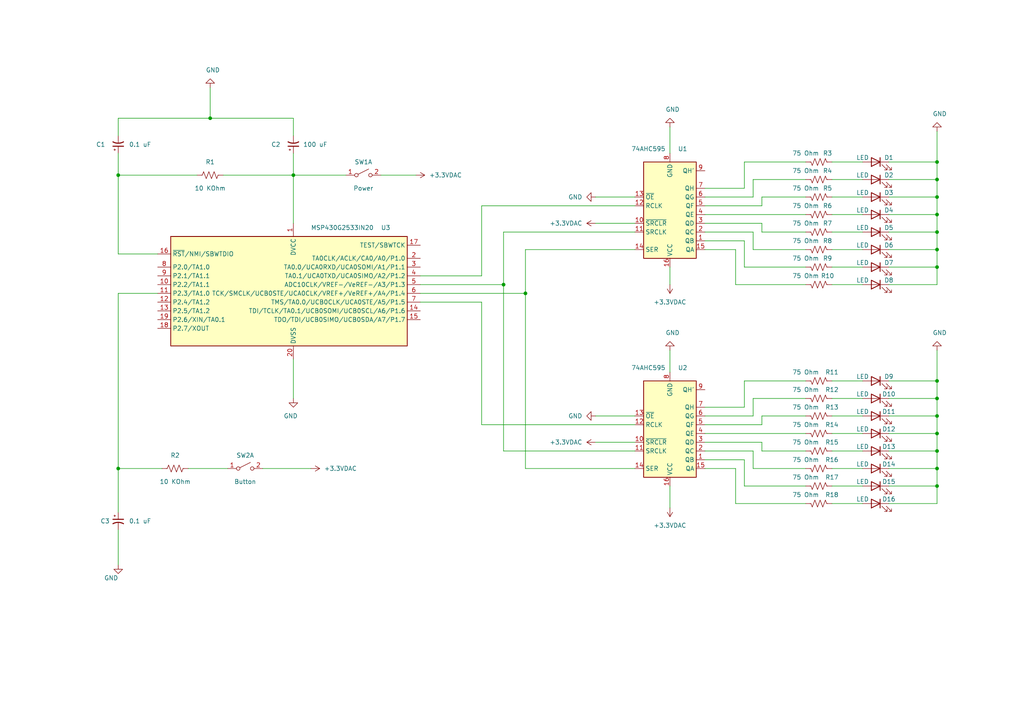
<source format=kicad_sch>
(kicad_sch (version 20230121) (generator eeschema)
  (paper "A4")
  (title_block (title "Heart LEDs") (date "2025-02-06") (rev "0.1") (company "Maksym Dybarskyi"))
  (lib_symbols
    (symbol "74xx:74AHC595"
      (property "Reference" "U" (at -7.62 13.97 0))
      (property "Value" "74AHC595" (at -7.62 -16.51 0))
      (symbol "74AHC595_1_0"
        (pin tri_state line (at 10.16 7.62 180) (length 2.54) (name "QB") (number "1"))
        (pin input line (at -10.16 2.54 0) (length 2.54) (name "~{SRCLR}") (number "10"))
        (pin input line (at -10.16 5.08 0) (length 2.54) (name "SRCLK") (number "11"))
        (pin input line (at -10.16 -2.54 0) (length 2.54) (name "RCLK") (number "12"))
        (pin input line (at -10.16 -5.08 0) (length 2.54) (name "~{OE}") (number "13"))
        (pin input line (at -10.16 10.16 0) (length 2.54) (name "SER") (number "14"))
        (pin tri_state line (at 10.16 10.16 180) (length 2.54) (name "QA") (number "15"))
        (pin power_in line (at 0 15.24 270) (length 2.54) (name "VCC") (number "16"))
        (pin tri_state line (at 10.16 5.08 180) (length 2.54) (name "QC") (number "2"))
        (pin tri_state line (at 10.16 2.54 180) (length 2.54) (name "QD") (number "3"))
        (pin tri_state line (at 10.16 0 180) (length 2.54) (name "QE") (number "4"))
        (pin tri_state line (at 10.16 -2.54 180) (length 2.54) (name "QF") (number "5"))
        (pin tri_state line (at 10.16 -5.08 180) (length 2.54) (name "QG") (number "6"))
        (pin tri_state line (at 10.16 -7.62 180) (length 2.54) (name "QH") (number "7"))
        (pin power_in line (at 0 -17.78 90) (length 2.54) (name "GND") (number "8"))
        (pin output line (at 10.16 -12.7 180) (length 2.54) (name "QH'") (number "9"))
      )
      (symbol "74AHC595_1_1"
        (rectangle (start -7.62 12.7) (end 7.62 -15.24) (stroke (width 0.254)) (fill (type background)))
      )
    )
    (symbol "Device:C_Polarized_Small_US" (pin_numbers hide) (pin_names (offset 0.254) hide)
      (property "Reference" "C" (at 0.254 1.778 0))
      (property "Value" "C_Polarized_Small_US" (at 0.254 -2.032 0))
      (symbol "C_Polarized_Small_US_0_1"
        (polyline (pts (xy -1.524 0.508) (xy 1.524 0.508)) (stroke (width 0.3048)))
        (polyline (pts (xy -1.27 1.524) (xy -0.762 1.524)))
        (polyline (pts (xy -1.016 1.27) (xy -1.016 1.778)))
        (arc (start 1.524 -0.762) (mid 0 -0.3734) (end -1.524 -0.762) (stroke (width 0.3048)))
      )
      (symbol "C_Polarized_Small_US_1_1"
        (pin passive line (at 0 2.54 270) (length 2.032) (name "~") (number "1"))
        (pin passive line (at 0 -2.54 90) (length 2.032) (name "~") (number "2"))
      )
    )
    (symbol "Device:LED" (pin_numbers hide) (pin_names (offset 1.016) hide)
      (property "Reference" "D" (at 0 2.54 0))
      (property "Value" "LED" (at 0 -2.54 0))
      (symbol "LED_0_1"
        (polyline (pts (xy -1.27 -1.27) (xy -1.27 1.27)) (stroke (width 0.254)))
        (polyline (pts (xy -1.27 0) (xy 1.27 0)))
        (polyline (pts (xy 1.27 -1.27) (xy 1.27 1.27) (xy -1.27 0) (xy 1.27 -1.27)) (stroke (width 0.254)))
        (polyline (pts (xy -3.048 -0.762) (xy -4.572 -2.286) (xy -3.81 -2.286) (xy -4.572 -2.286) (xy -4.572 -1.524)))
        (polyline (pts (xy -1.778 -0.762) (xy -3.302 -2.286) (xy -2.54 -2.286) (xy -3.302 -2.286) (xy -3.302 -1.524)))
      )
      (symbol "LED_1_1"
        (pin passive line (at -3.81 0 0) (length 2.54) (name "K") (number "1"))
        (pin passive line (at 3.81 0 180) (length 2.54) (name "A") (number "2"))
      )
    )
    (symbol "Device:R_US" (pin_numbers hide) (pin_names (offset 0))
      (property "Reference" "R" (at 2.54 0 90))
      (property "Value" "R_US" (at -2.54 0 90))
      (symbol "R_US_0_1"
        (polyline (pts (xy 0 -2.286) (xy 0 -2.54)))
        (polyline (pts (xy 0 2.286) (xy 0 2.54)))
        (polyline (pts (xy 0 -0.762) (xy 1.016 -1.143) (xy 0 -1.524) (xy -1.016 -1.905) (xy 0 -2.286)))
        (polyline (pts (xy 0 0.762) (xy 1.016 0.381) (xy 0 0) (xy -1.016 -0.381) (xy 0 -0.762)))
        (polyline (pts (xy 0 2.286) (xy 1.016 1.905) (xy 0 1.524) (xy -1.016 1.143) (xy 0 0.762)))
      )
      (symbol "R_US_1_1"
        (pin passive line (at 0 3.81 270) (length 1.27) (name "~") (number "1"))
        (pin passive line (at 0 -3.81 90) (length 1.27) (name "~") (number "2"))
      )
    )
    (symbol "MCU_Texas_MSP430:MSP430G2533IN20"
      (property "Reference" "U" (at -30.48 17.78 0))
      (property "Value" "MSP430G2533IN20" (at 26.67 -16.51 0))
      (symbol "MSP430G2533IN20_0_1"
        (rectangle (start -34.29 16.51) (end 34.29 -15.24) (stroke (width 0.254)) (fill (type background)))
      )
      (symbol "MSP430G2533IN20_1_1"
        (pin power_in line (at 1.27 20.32 270) (length 3.81) (name "DVCC") (number "1"))
        (pin bidirectional line (at -38.1 2.54 0) (length 3.81) (name "P2.2/TA1.1") (number "10"))
        (pin bidirectional line (at -38.1 0 0) (length 3.81) (name "P2.3/TA1.0") (number "11"))
        (pin bidirectional line (at -38.1 -2.54 0) (length 3.81) (name "P2.4/TA1.2") (number "12"))
        (pin bidirectional line (at -38.1 -5.08 0) (length 3.81) (name "P2.5/TA1.2") (number "13"))
        (pin bidirectional line (at 38.1 -5.08 180) (length 3.81) (name "TDI/TCLK/TA0.1/UCB0SOMI/UCB0SCL/A6/P1.6") (number "14"))
        (pin bidirectional line (at 38.1 -7.62 180) (length 3.81) (name "TDO/TDI/UCB0SIMO/UCB0SDA/A7/P1.7") (number "15"))
        (pin input line (at -38.1 11.43 0) (length 3.81) (name "~{RST}/NMI/SBWTDIO") (number "16"))
        (pin input line (at 38.1 13.97 180) (length 3.81) (name "TEST/SBWTCK") (number "17"))
        (pin bidirectional line (at -38.1 -10.16 0) (length 3.81) (name "P2.7/XOUT") (number "18"))
        (pin bidirectional line (at -38.1 -7.62 0) (length 3.81) (name "P2.6/XIN/TA0.1") (number "19"))
        (pin bidirectional line (at 38.1 10.16 180) (length 3.81) (name "TA0CLK/ACLK/CA0/A0/P1.0") (number "2"))
        (pin power_in line (at 1.27 -19.05 90) (length 3.81) (name "DVSS") (number "20"))
        (pin bidirectional line (at 38.1 7.62 180) (length 3.81) (name "TA0.0/UCA0RXD/UCA0SOMI/A1/P1.1") (number "3"))
        (pin bidirectional line (at 38.1 5.08 180) (length 3.81) (name "TA0.1/UCA0TXD/UCA0SIMO/A2/P1.2") (number "4"))
        (pin bidirectional line (at 38.1 2.54 180) (length 3.81) (name "ADC10CLK/VREF-/VeREF-/A3/P1.3") (number "5"))
        (pin bidirectional line (at 38.1 0 180) (length 3.81) (name "TCK/SMCLK/UCB0STE/UCA0CLK/VREF+/VeREF+/A4/P1.4") (number "6"))
        (pin bidirectional line (at 38.1 -2.54 180) (length 3.81) (name "TMS/TA0.0/UCB0CLK/UCA0STE/A5/P1.5") (number "7"))
        (pin bidirectional line (at -38.1 7.62 0) (length 3.81) (name "P2.0/TA1.0") (number "8"))
        (pin bidirectional line (at -38.1 5.08 0) (length 3.81) (name "P2.1/TA1.1") (number "9"))
      )
    )
    (symbol "Switch:SW_DPST_x2" (pin_names (offset 0) hide)
      (property "Reference" "SW" (at 0 3.175 0))
      (property "Value" "SW_DPST_x2" (at 0 -2.54 0))
      (symbol "SW_DPST_x2_0_0"
        (circle (center -2.032 0) (radius 0.508))
        (polyline (pts (xy -1.524 0.254) (xy 1.524 1.778)))
        (circle (center 2.032 0) (radius 0.508))
      )
      (symbol "SW_DPST_x2_1_1"
        (pin passive line (at -5.08 0 0) (length 2.54) (name "A") (number "1"))
        (pin passive line (at 5.08 0 180) (length 2.54) (name "B") (number "2"))
      )
      (symbol "SW_DPST_x2_2_1"
        (pin passive line (at -5.08 0 0) (length 2.54) (name "A") (number "3"))
        (pin passive line (at 5.08 0 180) (length 2.54) (name "B") (number "4"))
      )
    )
    (symbol "power:+3.7V" (power) (pin_names (offset 0))
      (property "Value" "+3.7V" (at 0 2.54 0))
      (symbol "+3.7V_0_0"
        (pin power_in line (at 0 0 90) (length 0) hide (name "+3.3VDAC") (number "1"))
      )
      (symbol "+3.7V_0_1"
        (polyline (pts (xy -0.762 1.27) (xy 0 2.54)))
        (polyline (pts (xy 0 0) (xy 0 2.54)))
        (polyline (pts (xy 0 2.54) (xy 0.762 1.27)))
      )
    )
    (symbol "power:GND" (power) (pin_names (offset 0))
      (property "Value" "GND" (at 0 -3.81 0))
      (symbol "GND_0_1"
        (polyline (pts (xy 0 0) (xy 0 -1.27) (xy 1.27 -1.27) (xy 0 -2.54) (xy -1.27 -1.27) (xy 0 -1.27)))
      )
      (symbol "GND_1_1"
        (pin power_in line (at 0 0 270) (length 0) hide (name "GND") (number "1"))
      )
    )
  )
  (junction (at 271.78 72.39))
  (junction (at 85.09 50.8))
  (junction (at 271.78 110.49))
  (junction (at 271.78 77.47))
  (junction (at 271.78 135.89))
  (junction (at 271.78 125.73))
  (junction (at 146.05 82.55))
  (junction (at 271.78 46.99))
  (junction (at 152.4 85.09))
  (junction (at 271.78 130.81))
  (junction (at 271.78 52.07))
  (junction (at 271.78 140.97))
  (junction (at 60.96 34.29))
  (junction (at 271.78 62.23))
  (junction (at 271.78 67.31))
  (junction (at 271.78 115.57))
  (junction (at 34.29 135.89))
  (junction (at 34.29 50.8))
  (junction (at 271.78 57.15))
  (junction (at 271.78 120.65))
  (wire (pts (xy 250.19 146.05) (xy 241.3 146.05)))
  (wire (pts (xy 257.81 135.89) (xy 271.78 135.89)))
  (wire (pts (xy 233.68 62.23) (xy 204.47 62.23)))
  (wire (pts (xy 34.29 153.67) (xy 34.29 163.83)))
  (wire (pts (xy 34.29 50.8) (xy 34.29 73.66)))
  (wire (pts (xy 271.78 46.99) (xy 271.78 52.07)))
  (wire (pts (xy 233.68 130.81) (xy 220.98 130.81)))
  (wire (pts (xy 218.44 57.15) (xy 204.47 57.15)))
  (wire (pts (xy 233.68 140.97) (xy 215.9 140.97)))
  (wire (pts (xy 257.81 125.73) (xy 271.78 125.73)))
  (wire (pts (xy 215.9 54.61) (xy 215.9 46.99)))
  (wire (pts (xy 121.92 87.63) (xy 139.7 87.63)))
  (wire (pts (xy 152.4 85.09) (xy 152.4 135.89)))
  (wire (pts (xy 233.68 125.73) (xy 204.47 125.73)))
  (wire (pts (xy 34.29 44.45) (xy 34.29 50.8)))
  (wire (pts (xy 172.72 64.77) (xy 184.15 64.77)))
  (wire (pts (xy 257.81 67.31) (xy 271.78 67.31)))
  (wire (pts (xy 194.31 77.47) (xy 194.31 82.55)))
  (wire (pts (xy 218.44 135.89) (xy 218.44 130.81)))
  (wire (pts (xy 220.98 64.77) (xy 204.47 64.77)))
  (wire (pts (xy 250.19 72.39) (xy 241.3 72.39)))
  (wire (pts (xy 213.36 82.55) (xy 213.36 72.39)))
  (wire (pts (xy 233.68 146.05) (xy 213.36 146.05)))
  (wire (pts (xy 34.29 34.29) (xy 34.29 39.37)))
  (wire (pts (xy 215.9 133.35) (xy 204.47 133.35)))
  (wire (pts (xy 271.78 82.55) (xy 271.78 77.47)))
  (wire (pts (xy 64.77 50.8) (xy 85.09 50.8)))
  (wire (pts (xy 271.78 130.81) (xy 271.78 125.73)))
  (wire (pts (xy 257.81 115.57) (xy 271.78 115.57)))
  (wire (pts (xy 60.96 34.29) (xy 85.09 34.29)))
  (wire (pts (xy 215.9 110.49) (xy 215.9 118.11)))
  (wire (pts (xy 257.81 72.39) (xy 271.78 72.39)))
  (wire (pts (xy 146.05 67.31) (xy 146.05 82.55)))
  (wire (pts (xy 250.19 57.15) (xy 241.3 57.15)))
  (wire (pts (xy 215.9 118.11) (xy 204.47 118.11)))
  (wire (pts (xy 250.19 46.99) (xy 241.3 46.99)))
  (wire (pts (xy 257.81 130.81) (xy 271.78 130.81)))
  (wire (pts (xy 257.81 77.47) (xy 271.78 77.47)))
  (wire (pts (xy 100.33 50.8) (xy 85.09 50.8)))
  (wire (pts (xy 218.44 115.57) (xy 233.68 115.57)))
  (wire (pts (xy 220.98 67.31) (xy 220.98 64.77)))
  (wire (pts (xy 220.98 120.65) (xy 220.98 123.19)))
  (wire (pts (xy 194.31 101.6) (xy 194.31 107.95)))
  (wire (pts (xy 233.68 135.89) (xy 218.44 135.89)))
  (wire (pts (xy 85.09 104.14) (xy 85.09 115.57)))
  (wire (pts (xy 218.44 130.81) (xy 204.47 130.81)))
  (wire (pts (xy 184.15 135.89) (xy 152.4 135.89)))
  (wire (pts (xy 250.19 115.57) (xy 241.3 115.57)))
  (wire (pts (xy 194.31 36.83) (xy 194.31 44.45)))
  (wire (pts (xy 184.15 57.15) (xy 172.72 57.15)))
  (wire (pts (xy 250.19 110.49) (xy 241.3 110.49)))
  (wire (pts (xy 250.19 67.31) (xy 241.3 67.31)))
  (wire (pts (xy 121.92 82.55) (xy 146.05 82.55)))
  (wire (pts (xy 54.61 135.89) (xy 66.04 135.89)))
  (wire (pts (xy 213.36 146.05) (xy 213.36 135.89)))
  (wire (pts (xy 184.15 130.81) (xy 146.05 130.81)))
  (wire (pts (xy 233.68 57.15) (xy 220.98 57.15)))
  (wire (pts (xy 220.98 130.81) (xy 220.98 128.27)))
  (wire (pts (xy 257.81 62.23) (xy 271.78 62.23)))
  (wire (pts (xy 250.19 135.89) (xy 241.3 135.89)))
  (wire (pts (xy 271.78 46.99) (xy 257.81 46.99)))
  (wire (pts (xy 271.78 62.23) (xy 271.78 57.15)))
  (wire (pts (xy 250.19 125.73) (xy 241.3 125.73)))
  (wire (pts (xy 271.78 146.05) (xy 271.78 140.97)))
  (wire (pts (xy 194.31 140.97) (xy 194.31 147.32)))
  (wire (pts (xy 45.72 73.66) (xy 34.29 73.66)))
  (wire (pts (xy 257.81 82.55) (xy 271.78 82.55)))
  (wire (pts (xy 218.44 52.07) (xy 218.44 57.15)))
  (wire (pts (xy 34.29 85.09) (xy 45.72 85.09)))
  (wire (pts (xy 271.78 135.89) (xy 271.78 130.81)))
  (wire (pts (xy 184.15 123.19) (xy 139.7 123.19)))
  (wire (pts (xy 121.92 85.09) (xy 152.4 85.09)))
  (wire (pts (xy 215.9 77.47) (xy 215.9 69.85)))
  (wire (pts (xy 34.29 135.89) (xy 46.99 135.89)))
  (wire (pts (xy 34.29 34.29) (xy 60.96 34.29)))
  (wire (pts (xy 250.19 77.47) (xy 241.3 77.47)))
  (wire (pts (xy 60.96 25.4) (xy 60.96 34.29)))
  (wire (pts (xy 184.15 72.39) (xy 152.4 72.39)))
  (wire (pts (xy 250.19 82.55) (xy 241.3 82.55)))
  (wire (pts (xy 257.81 120.65) (xy 271.78 120.65)))
  (wire (pts (xy 250.19 62.23) (xy 241.3 62.23)))
  (wire (pts (xy 233.68 52.07) (xy 218.44 52.07)))
  (wire (pts (xy 271.78 120.65) (xy 271.78 115.57)))
  (wire (pts (xy 146.05 82.55) (xy 146.05 130.81)))
  (wire (pts (xy 204.47 54.61) (xy 215.9 54.61)))
  (wire (pts (xy 85.09 39.37) (xy 85.09 34.29)))
  (wire (pts (xy 271.78 67.31) (xy 271.78 62.23)))
  (wire (pts (xy 213.36 72.39) (xy 204.47 72.39)))
  (wire (pts (xy 76.2 135.89) (xy 90.17 135.89)))
  (wire (pts (xy 85.09 50.8) (xy 85.09 64.77)))
  (wire (pts (xy 271.78 135.89) (xy 271.78 140.97)))
  (wire (pts (xy 271.78 115.57) (xy 271.78 110.49)))
  (wire (pts (xy 139.7 80.01) (xy 139.7 59.69)))
  (wire (pts (xy 215.9 69.85) (xy 204.47 69.85)))
  (wire (pts (xy 220.98 57.15) (xy 220.98 59.69)))
  (wire (pts (xy 85.09 44.45) (xy 85.09 50.8)))
  (wire (pts (xy 271.78 77.47) (xy 271.78 72.39)))
  (wire (pts (xy 250.19 120.65) (xy 241.3 120.65)))
  (wire (pts (xy 220.98 123.19) (xy 204.47 123.19)))
  (wire (pts (xy 139.7 87.63) (xy 139.7 123.19)))
  (wire (pts (xy 218.44 120.65) (xy 218.44 115.57)))
  (wire (pts (xy 257.81 146.05) (xy 271.78 146.05)))
  (wire (pts (xy 250.19 140.97) (xy 241.3 140.97)))
  (wire (pts (xy 271.78 57.15) (xy 271.78 52.07)))
  (wire (pts (xy 220.98 128.27) (xy 204.47 128.27)))
  (wire (pts (xy 215.9 140.97) (xy 215.9 133.35)))
  (wire (pts (xy 34.29 50.8) (xy 57.15 50.8)))
  (wire (pts (xy 271.78 72.39) (xy 271.78 67.31)))
  (wire (pts (xy 257.81 57.15) (xy 271.78 57.15)))
  (wire (pts (xy 218.44 72.39) (xy 218.44 67.31)))
  (wire (pts (xy 271.78 110.49) (xy 271.78 101.6)))
  (wire (pts (xy 233.68 110.49) (xy 215.9 110.49)))
  (wire (pts (xy 220.98 59.69) (xy 204.47 59.69)))
  (wire (pts (xy 213.36 135.89) (xy 204.47 135.89)))
  (wire (pts (xy 184.15 59.69) (xy 139.7 59.69)))
  (wire (pts (xy 172.72 128.27) (xy 184.15 128.27)))
  (wire (pts (xy 233.68 82.55) (xy 213.36 82.55)))
  (wire (pts (xy 250.19 52.07) (xy 241.3 52.07)))
  (wire (pts (xy 34.29 85.09) (xy 34.29 135.89)))
  (wire (pts (xy 121.92 80.01) (xy 139.7 80.01)))
  (wire (pts (xy 257.81 140.97) (xy 271.78 140.97)))
  (wire (pts (xy 233.68 77.47) (xy 215.9 77.47)))
  (wire (pts (xy 172.72 120.65) (xy 184.15 120.65)))
  (wire (pts (xy 233.68 120.65) (xy 220.98 120.65)))
  (wire (pts (xy 271.78 38.1) (xy 271.78 46.99)))
  (wire (pts (xy 233.68 67.31) (xy 220.98 67.31)))
  (wire (pts (xy 233.68 72.39) (xy 218.44 72.39)))
  (wire (pts (xy 257.81 110.49) (xy 271.78 110.49)))
  (wire (pts (xy 250.19 130.81) (xy 241.3 130.81)))
  (wire (pts (xy 271.78 125.73) (xy 271.78 120.65)))
  (wire (pts (xy 110.49 50.8) (xy 120.65 50.8)))
  (wire (pts (xy 184.15 67.31) (xy 146.05 67.31)))
  (wire (pts (xy 257.81 52.07) (xy 271.78 52.07)))
  (wire (pts (xy 204.47 120.65) (xy 218.44 120.65)))
  (wire (pts (xy 233.68 46.99) (xy 215.9 46.99)))
  (wire (pts (xy 218.44 67.31) (xy 204.47 67.31)))
  (wire (pts (xy 152.4 72.39) (xy 152.4 85.09)))
  (wire (pts (xy 34.29 135.89) (xy 34.29 148.59)))
  (symbol (lib_id "Device:R_US") (at 237.49 67.31 90) (mirror x) (unit 1)
    (property "Reference" "R7" (at 240.03 64.77 90))
    (property "Value" "75 Ohm" (at 233.68 64.77 90))
  )
  (symbol (lib_id "Device:LED") (at 254 67.31 0) (mirror y) (unit 1)
    (property "Reference" "D5" (at 257.81 66.04 0))
    (property "Value" "LED" (at 250.19 66.04 0))
  )
  (symbol (lib_id "Device:C_Polarized_Small_US") (at 34.29 151.13 0) (unit 1)
    (property "Reference" "C3" (at 30.48 151.13 0))
    (property "Value" "0.1 uF" (at 40.64 151.13 0))
  )
  (symbol (lib_id "power:+3.7V") (at 172.72 128.27 90) (mirror x) (unit 1)
    (property "Reference" "#PWR010" (effects hide))
    (property "Value" "+3.7V" (at 168.91 128.27 90) (effects (justify left)))
  )
  (symbol (lib_id "74xx:74AHC595") (at 194.31 125.73 0) (mirror x) (unit 1)
    (property "Reference" "U2" (at 199.39 106.68 0) (effects (justify right)))
    (property "Value" "74AHC595" (at 193.04 106.68 0) (effects (justify right)))
    (property "Footprint" "Package_DIP:DIP-16_W7.62mm" (effects hide))
    (property "Datasheet" "https://assets.nexperia.com/documents/data-sheet/74AHC_AHCT595.pdf" (effects hide))
  )
  (symbol (lib_id "power:+3.7V") (at 90.17 135.89 270) (unit 1)
    (property "Reference" "#PWR05" (effects hide))
    (property "Value" "+3.7V" (at 93.98 135.89 90) (effects (justify left)))
  )
  (symbol (lib_id "Switch:SW_DPST_x2") (at 105.41 50.8 0) (unit 1)
    (property "Reference" "SW1" (at 105.41 46.99 0))
    (property "Value" "Power" (at 105.41 54.61 0))
  )
  (symbol (lib_id "power:GND") (at 34.29 163.83 0) (unit 1)
    (property "Reference" "#PWR07" (effects hide))
    (property "Value" "GND" (at 34.29 167.64 0) (effects (justify right)))
  )
  (symbol (lib_id "power:+3.7V") (at 120.65 50.8 270) (unit 1)
    (property "Reference" "#PWR08" (effects hide))
    (property "Value" "+3.7V" (at 124.46 50.8 90) (effects (justify left)))
  )
  (symbol (lib_id "Device:R_US") (at 237.49 120.65 90) (mirror x) (unit 1)
    (property "Reference" "R13" (at 241.3 118.11 90))
    (property "Value" "75 Ohm" (at 233.68 118.11 90))
  )
  (symbol (lib_id "Device:LED") (at 254 46.99 0) (mirror y) (unit 1)
    (property "Reference" "D1" (at 257.81 45.72 0))
    (property "Value" "LED" (at 250.19 45.72 0))
  )
  (symbol (lib_id "Device:R_US") (at 237.49 110.49 90) (mirror x) (unit 1)
    (property "Reference" "R11" (at 241.3 107.95 90))
    (property "Value" "75 Ohm" (at 233.68 107.95 90))
  )
  (symbol (lib_id "Device:LED") (at 254 120.65 0) (mirror y) (unit 1)
    (property "Reference" "D11" (at 257.81 119.38 0))
    (property "Value" "LED" (at 250.19 119.38 0))
  )
  (symbol (lib_id "Device:R_US") (at 237.49 72.39 90) (mirror x) (unit 1)
    (property "Reference" "R8" (at 240.03 69.85 90))
    (property "Value" "75 Ohm" (at 233.68 69.85 90))
  )
  (symbol (lib_id "Device:R_US") (at 237.49 130.81 90) (mirror x) (unit 1)
    (property "Reference" "R15" (at 241.3 128.27 90))
    (property "Value" "75 Ohm" (at 233.68 128.27 90))
  )
  (symbol (lib_id "Device:R_US") (at 237.49 77.47 90) (mirror x) (unit 1)
    (property "Reference" "R9" (at 240.03 74.93 90))
    (property "Value" "75 Ohm" (at 233.68 74.93 90))
  )
  (symbol (lib_id "Device:R_US") (at 237.49 146.05 90) (mirror x) (unit 1)
    (property "Reference" "R18" (at 241.3 143.51 90))
    (property "Value" "75 Ohm" (at 233.68 143.51 90))
  )
  (symbol (lib_id "Device:R_US") (at 237.49 115.57 90) (mirror x) (unit 1)
    (property "Reference" "R12" (at 241.3 113.03 90))
    (property "Value" "75 Ohm" (at 233.68 113.03 90))
  )
  (symbol (lib_id "Device:LED") (at 254 146.05 0) (mirror y) (unit 1)
    (property "Reference" "D16" (at 257.81 144.78 0))
    (property "Value" "LED" (at 250.19 144.78 0))
  )
  (symbol (lib_id "Device:C_Polarized_Small_US") (at 85.09 41.91 0) (mirror x) (unit 1)
    (property "Reference" "C2" (at 80.01 41.91 0))
    (property "Value" "100 uF" (at 91.44 41.91 0))
  )
  (symbol (lib_id "power:GND") (at 194.31 36.83 180) (unit 1)
    (property "Reference" "#PWR01" (effects hide))
    (property "Value" "GND" (at 193.04 31.75 0) (effects (justify right)))
  )
  (symbol (lib_id "Device:LED") (at 254 77.47 0) (mirror y) (unit 1)
    (property "Reference" "D7" (at 257.81 76.2 0))
    (property "Value" "LED" (at 250.19 76.2 0))
  )
  (symbol (lib_id "Device:LED") (at 254 57.15 0) (mirror y) (unit 1)
    (property "Reference" "D3" (at 257.81 55.88 0))
    (property "Value" "LED" (at 250.19 55.88 0))
  )
  (symbol (lib_id "power:GND") (at 172.72 120.65 270) (unit 1)
    (property "Reference" "#PWR011" (effects hide))
    (property "Value" "GND" (at 168.91 120.65 90) (effects (justify right)))
  )
  (symbol (lib_id "power:GND") (at 271.78 38.1 180) (unit 1)
    (property "Reference" "#PWR013" (effects hide))
    (property "Value" "GND" (at 270.51 33.02 0) (effects (justify right)))
  )
  (symbol (lib_id "Device:R_US") (at 237.49 62.23 90) (mirror x) (unit 1)
    (property "Reference" "R6" (at 240.03 59.69 90))
    (property "Value" "75 Ohm" (at 233.68 59.69 90))
  )
  (symbol (lib_id "Device:R_US") (at 237.49 140.97 90) (mirror x) (unit 1)
    (property "Reference" "R17" (at 241.3 138.43 90))
    (property "Value" "75 Ohm" (at 233.68 138.43 90))
  )
  (symbol (lib_id "power:GND") (at 172.72 57.15 270) (unit 1)
    (property "Reference" "#PWR012" (effects hide))
    (property "Value" "GND" (at 168.91 57.15 90) (effects (justify right)))
  )
  (symbol (lib_id "Device:R_US") (at 237.49 52.07 90) (mirror x) (unit 1)
    (property "Reference" "R4" (at 240.03 49.53 90))
    (property "Value" "75 Ohm" (at 233.68 49.53 90))
  )
  (symbol (lib_id "Device:LED") (at 254 110.49 0) (mirror y) (unit 1)
    (property "Reference" "D9" (at 257.81 109.22 0))
    (property "Value" "LED" (at 250.19 109.22 0))
  )
  (symbol (lib_id "74xx:74AHC595") (at 194.31 62.23 0) (mirror x) (unit 1)
    (property "Reference" "U1" (at 199.39 43.18 0) (effects (justify right)))
    (property "Value" "74AHC595" (at 193.04 43.18 0) (effects (justify right)))
    (property "Footprint" "Package_DIP:DIP-16_W7.62mm" (effects hide))
    (property "Datasheet" "https://assets.nexperia.com/documents/data-sheet/74AHC_AHCT595.pdf" (effects hide))
  )
  (symbol (lib_id "Device:R_US") (at 237.49 135.89 90) (mirror x) (unit 1)
    (property "Reference" "R16" (at 241.3 133.35 90))
    (property "Value" "75 Ohm" (at 233.68 133.35 90))
  )
  (symbol (lib_id "Device:R_US") (at 237.49 125.73 90) (mirror x) (unit 1)
    (property "Reference" "R14" (at 241.3 123.19 90))
    (property "Value" "75 Ohm" (at 233.68 123.19 90))
  )
  (symbol (lib_id "Device:LED") (at 254 130.81 0) (mirror y) (unit 1)
    (property "Reference" "D13" (at 257.81 129.54 0))
    (property "Value" "LED" (at 250.19 129.54 0))
  )
  (symbol (lib_id "Device:LED") (at 254 52.07 0) (mirror y) (unit 1)
    (property "Reference" "D2" (at 257.81 50.8 0))
    (property "Value" "LED" (at 250.19 50.8 0))
  )
  (symbol (lib_id "power:GND") (at 194.31 101.6 180) (unit 1)
    (property "Reference" "#PWR02" (effects hide))
    (property "Value" "GND" (at 193.04 96.52 0) (effects (justify right)))
  )
  (symbol (lib_id "power:+3.7V") (at 172.72 64.77 90) (mirror x) (unit 1)
    (property "Reference" "#PWR09" (effects hide))
    (property "Value" "+3.7V" (at 168.91 64.77 90) (effects (justify left)))
  )
  (symbol (lib_id "Device:LED") (at 254 135.89 0) (mirror y) (unit 1)
    (property "Reference" "D14" (at 257.81 134.62 0))
    (property "Value" "LED" (at 250.19 134.62 0))
  )
  (symbol (lib_id "Device:R_US") (at 237.49 57.15 90) (mirror x) (unit 1)
    (property "Reference" "R5" (at 240.03 54.61 90))
    (property "Value" "75 Ohm" (at 233.68 54.61 90))
  )
  (symbol (lib_id "power:GND") (at 85.09 115.57 0) (unit 1)
    (property "Reference" "#PWR06" (effects hide))
    (property "Value" "GND" (at 86.36 120.65 0) (effects (justify right)))
  )
  (symbol (lib_id "Device:R_US") (at 60.96 50.8 270) (unit 1)
    (property "Reference" "R1" (at 60.96 46.99 90))
    (property "Value" "10 KOhm" (at 60.96 54.61 90))
  )
  (symbol (lib_id "Device:R_US") (at 50.8 135.89 270) (unit 1)
    (property "Reference" "R2" (at 50.8 132.08 90))
    (property "Value" "10 KOhm" (at 50.8 139.7 90))
  )
  (symbol (lib_id "Device:R_US") (at 237.49 82.55 90) (mirror x) (unit 1)
    (property "Reference" "R10" (at 240.03 80.01 90))
    (property "Value" "75 Ohm" (at 233.68 80.01 90))
  )
  (symbol (lib_id "Switch:SW_DPST_x2") (at 71.12 135.89 0) (unit 1)
    (property "Reference" "SW2" (at 71.12 132.08 0))
    (property "Value" "Button" (at 71.12 139.7 0))
  )
  (symbol (lib_id "Device:C_Polarized_Small_US") (at 34.29 41.91 0) (mirror x) (unit 1)
    (property "Reference" "C1" (at 29.21 41.91 0))
    (property "Value" "0.1 uF" (at 40.64 41.91 0))
  )
  (symbol (lib_id "Device:LED") (at 254 82.55 0) (mirror y) (unit 1)
    (property "Reference" "D8" (at 257.81 81.28 0))
    (property "Value" "LED" (at 250.19 81.28 0))
  )
  (symbol (lib_id "Device:LED") (at 254 62.23 0) (mirror y) (unit 1)
    (property "Reference" "D4" (at 257.81 60.96 0))
    (property "Value" "LED" (at 250.19 60.96 0))
  )
  (symbol (lib_id "power:+3.7V") (at 194.31 82.55 180) (unit 1)
    (property "Reference" "#PWR015" (effects hide))
    (property "Value" "+3.7V" (at 194.31 87.63 0))
  )
  (symbol (lib_id "Device:LED") (at 254 115.57 0) (mirror y) (unit 1)
    (property "Reference" "D10" (at 257.81 114.3 0))
    (property "Value" "LED" (at 250.19 114.3 0))
  )
  (symbol (lib_id "Device:LED") (at 254 140.97 0) (mirror y) (unit 1)
    (property "Reference" "D15" (at 257.81 139.7 0))
    (property "Value" "LED" (at 250.19 139.7 0))
  )
  (symbol (lib_id "power:+3.7V") (at 194.31 147.32 180) (unit 1)
    (property "Reference" "#PWR03" (effects hide))
    (property "Value" "+3.7V" (at 194.31 152.4 0))
  )
  (symbol (lib_id "Device:R_US") (at 237.49 46.99 90) (mirror x) (unit 1)
    (property "Reference" "R3" (at 240.03 44.45 90))
    (property "Value" "75 Ohm" (at 233.68 44.45 90))
  )
  (symbol (lib_id "power:GND") (at 271.78 101.6 180) (unit 1)
    (property "Reference" "#PWR014" (effects hide))
    (property "Value" "GND" (at 270.51 96.52 0) (effects (justify right)))
  )
  (symbol (lib_id "MCU_Texas_MSP430:MSP430G2533IN20") (at 83.82 85.09 0) (unit 1)
    (property "Reference" "U3" (at 110.49 66.04 0) (effects (justify left)))
    (property "Value" "MSP430G2533IN20" (at 90.17 66.04 0) (effects (justify left)))
    (property "Footprint" "Package_DIP:DIP-20_W7.62mm" (effects hide))
    (property "Datasheet" "http://www.ti.com/lit/ds/symlink/msp430g2533.pdf" (effects hide))
  )
  (symbol (lib_id "power:GND") (at 60.96 25.4 180) (unit 1)
    (property "Reference" "#PWR04" (effects hide))
    (property "Value" "GND" (at 59.69 20.32 0) (effects (justify right)))
  )
  (symbol (lib_id "Device:LED") (at 254 125.73 0) (mirror y) (unit 1)
    (property "Reference" "D12" (at 257.81 124.46 0))
    (property "Value" "LED" (at 250.19 124.46 0))
  )
  (symbol (lib_id "Device:LED") (at 254 72.39 0) (mirror y) (unit 1)
    (property "Reference" "D6" (at 257.81 71.12 0))
    (property "Value" "LED" (at 250.19 71.12 0))
  )
)
</source>
